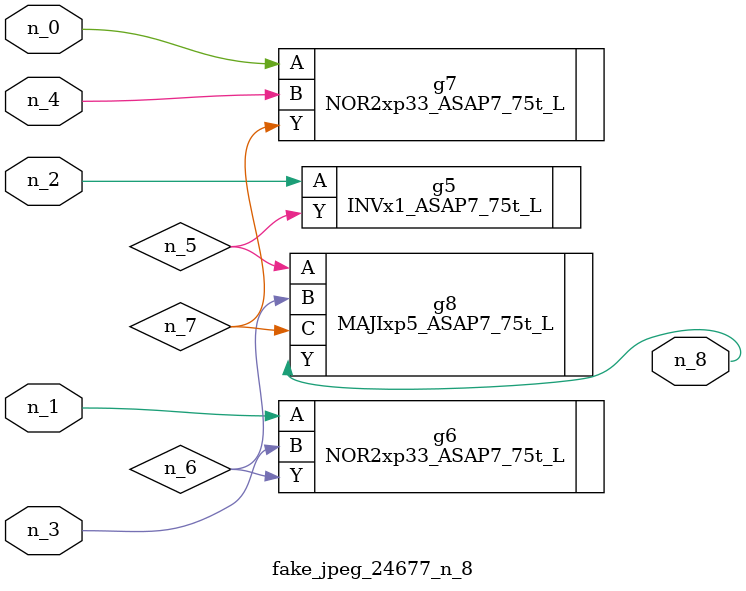
<source format=v>
module fake_jpeg_24677_n_8 (n_3, n_2, n_1, n_0, n_4, n_8);

input n_3;
input n_2;
input n_1;
input n_0;
input n_4;

output n_8;

wire n_6;
wire n_5;
wire n_7;

INVx1_ASAP7_75t_L g5 ( 
.A(n_2),
.Y(n_5)
);

NOR2xp33_ASAP7_75t_L g6 ( 
.A(n_1),
.B(n_3),
.Y(n_6)
);

NOR2xp33_ASAP7_75t_L g7 ( 
.A(n_0),
.B(n_4),
.Y(n_7)
);

MAJIxp5_ASAP7_75t_L g8 ( 
.A(n_5),
.B(n_6),
.C(n_7),
.Y(n_8)
);


endmodule
</source>
